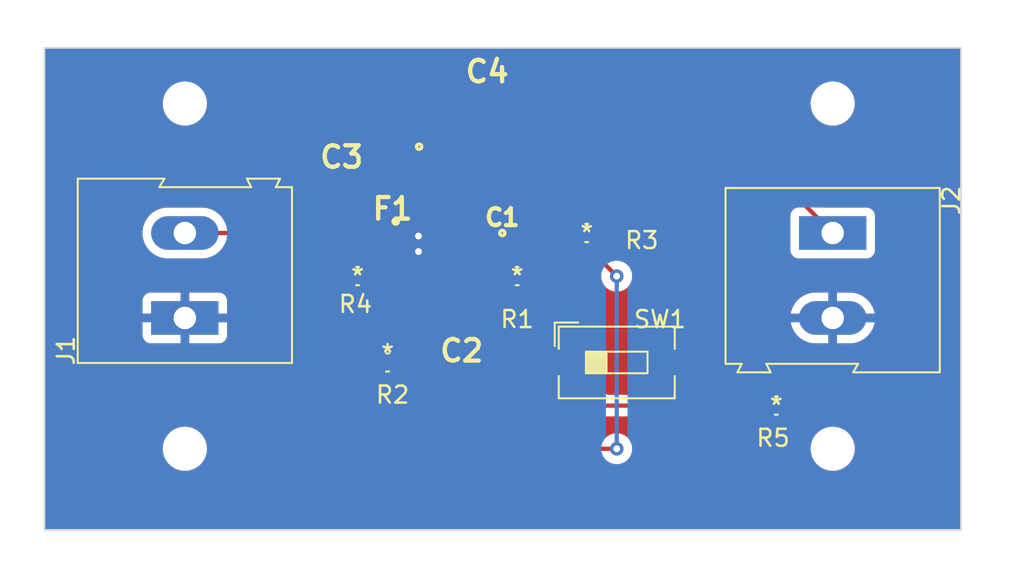
<source format=kicad_pcb>
(kicad_pcb (version 20221018) (generator pcbnew)
  (layers (0 "F.Cu" signal) (31 "B.Cu" signal) (34 "B.Paste" user) (35 "F.Paste" user) (36 "B.SilkS" user "B.Silkscreen") (37 "F.SilkS" user "F.Silkscreen") (38 "B.Mask" user) (39 "F.Mask" user) (44 "Edge.Cuts" user))
  (net 0 "")
  (net 1 "Net-(F1-IN)")
  (net 2 "Earth")
  (net 3 "Net-(F1-EN{slash}UVLO)")
  (net 4 "Net-(F1-OUT)")
  (net 5 "Net-(F1-OVLO)")
  (net 6 "Net-(F1-ILIM)")
  (footprint "fp:C2220_FT" (layer "F.Cu") (at 139.7 78.74)
    (fp_text reference "C4" (at 0 -4.4196) (layer "F.SilkS") (effects (font (size 1.27 1.27) (thickness 0.254))))
    (fp_text value "1uF" hide)
    (fp_circle (center -4 0) (end -4 0.05) (stroke (width 0.2)) (fill none) (layer "F.SilkS"))
    (pad "1" smd rect (at -2.75 0) (size 1.9 5.4) (layers "F.Cu" "F.Paste" "F.Mask") (net 1 "Net-(F1-IN)"))
    (pad "2" smd rect (at 2.75 0) (size 1.9 5.4) (layers "F.Cu" "F.Paste" "F.Mask") (net 2 "Earth"))
  )
  (footprint "fp:CAPC1005X55N" (layer "F.Cu") (at 136.72 88.9)
    (fp_text reference "C2" (at 1.4814 1.8542) (layer "F.SilkS") (effects (font (size 1.27 1.27) (thickness 0.254))))
    (fp_text value "100pF" hide)
    (pad "1" smd rect (at -0.44 0 90) (size 0.62 0.65) (layers "F.Cu" "F.Paste" "F.Mask") (net 3 "Net-(F1-EN{slash}UVLO)"))
    (pad "2" smd rect (at 0.44 0 90) (size 0.62 0.65) (layers "F.Cu" "F.Paste" "F.Mask") (net 2 "Earth"))
  )
  (footprint "fp:RC0603FR-072ML" (layer "F.Cu") (at 141.4653 86.36)
    (fp_text reference "R1" (at 0 2.54) (layer "F.SilkS"))
    (fp_text value "2M" hide)
    (fp_text user "*" (at 0 0) (layer "F.SilkS"))
    (fp_line (start -0.08615 0.5334) (end 0.08615 0.5334) (stroke (width 0.12)) (layer "F.SilkS"))
    (fp_line (start 0.08615 -0.5334) (end -0.08615 -0.5334) (stroke (width 0.12)) (layer "F.SilkS"))
    (pad "1" smd rect (at -0.7747 0) (size 0.762 0.8128) (layers "F.Cu" "F.Paste" "F.Mask") (net 1 "Net-(F1-IN)"))
    (pad "2" smd rect (at 0.7747 0) (size 0.762 0.8128) (layers "F.Cu" "F.Paste" "F.Mask") (net 3 "Net-(F1-EN{slash}UVLO)"))
  )
  (footprint "fp:RC0603FR-072ML" (layer "F.Cu") (at 132.08 86.36)
    (fp_text reference "R4" (at -0.127 1.651 180) (layer "F.SilkS"))
    (fp_text value "787k" hide)
    (fp_text user "*" (at 0 0) (layer "F.SilkS"))
    (fp_line (start -0.08615 0.5334) (end 0.08615 0.5334) (stroke (width 0.12)) (layer "F.SilkS"))
    (fp_line (start 0.08615 -0.5334) (end -0.08615 -0.5334) (stroke (width 0.12)) (layer "F.SilkS"))
    (pad "1" smd rect (at -0.7747 0) (size 0.762 0.8128) (layers "F.Cu" "F.Paste" "F.Mask") (net 5 "Net-(F1-OVLO)"))
    (pad "2" smd rect (at 0.7747 0) (size 0.762 0.8128) (layers "F.Cu" "F.Paste" "F.Mask") (net 2 "Earth"))
  )
  (footprint "fp:RC0603FR-072ML" (layer "F.Cu") (at 145.5547 83.82)
    (fp_text reference "R3" (at 3.2385 0.4318) (layer "F.SilkS"))
    (fp_text value "2M" hide)
    (fp_text user "*" (at 0 0) (layer "F.SilkS"))
    (fp_line (start -0.08615 0.5334) (end 0.08615 0.5334) (stroke (width 0.12)) (layer "F.SilkS"))
    (fp_line (start 0.08615 -0.5334) (end -0.08615 -0.5334) (stroke (width 0.12)) (layer "F.SilkS"))
    (pad "1" smd rect (at -0.7747 0) (size 0.762 0.8128) (layers "F.Cu" "F.Paste" "F.Mask") (net 1 "Net-(F1-IN)"))
    (pad "2" smd rect (at 0.7747 0) (size 0.762 0.8128) (layers "F.Cu" "F.Paste" "F.Mask") (net 5 "Net-(F1-OVLO)"))
  )
  (footprint "MountingHole:MountingHole_2.1mm" (layer "F.Cu") (at 121.92 96.52)
    (fp_text reference "REF**" hide)
    (fp_text value "MountingHole_2.1mm")
    (pad "" np_thru_hole circle (at 0 0) (size 2.1 2.1) (drill 2.1) (layers "*.Cu" "*.Mask"))
  )
  (footprint "Button_Switch_SMD:SW_DIP_SPSTx01_Slide_6.7x4.1mm_W6.73mm_P2.54mm_LowProfile_JPin" (layer "F.Cu") (at 147.32 91.44)
    (fp_text reference "SW1" (at 2.54 -2.54) (layer "F.SilkS"))
    (fp_text value "SW_DIP_x01")
    (fp_line (start -3.65 -2.35) (end -3.65 -0.967) (stroke (width 0.12)) (layer "F.SilkS"))
    (fp_line (start -3.65 -2.35) (end -2.267 -2.35) (stroke (width 0.12)) (layer "F.SilkS"))
    (fp_line (start -3.41 -2.11) (end -3.41 -0.8) (stroke (width 0.12)) (layer "F.SilkS"))
    (fp_line (start -3.41 -2.11) (end 3.41 -2.11) (stroke (width 0.12)) (layer "F.SilkS"))
    (fp_line (start -3.41 0.8) (end -3.41 2.11) (stroke (width 0.12)) (layer "F.SilkS"))
    (fp_line (start -3.41 2.11) (end 3.41 2.11) (stroke (width 0.12)) (layer "F.SilkS"))
    (fp_line (start -1.81 -0.635) (end -1.81 0.635) (stroke (width 0.12)) (layer "F.SilkS"))
    (fp_line (start -1.81 -0.515) (end -0.603333 -0.515) (stroke (width 0.12)) (layer "F.SilkS"))
    (fp_line (start -1.81 -0.395) (end -0.603333 -0.395) (stroke (width 0.12)) (layer "F.SilkS"))
    (fp_line (start -1.81 -0.275) (end -0.603333 -0.275) (stroke (width 0.12)) (layer "F.SilkS"))
    (fp_line (start -1.81 -0.155) (end -0.603333 -0.155) (stroke (width 0.12)) (layer "F.SilkS"))
    (fp_line (start -1.81 -0.035) (end -0.603333 -0.035) (stroke (width 0.12)) (layer "F.SilkS"))
    (fp_line (start -1.81 0.085) (end -0.603333 0.085) (stroke (width 0.12)) (layer "F.SilkS"))
    (fp_line (start -1.81 0.205) (end -0.603333 0.205) (stroke (width 0.12)) (layer "F.SilkS"))
    (fp_line (start -1.81 0.325) (end -0.603333 0.325) (stroke (width 0.12)) (layer "F.SilkS"))
    (fp_line (start -1.81 0.445) (end -0.603333 0.445) (stroke (width 0.12)) (layer "F.SilkS"))
    (fp_line (start -1.81 0.565) (end -0.603333 0.565) (stroke (width 0.12)) (layer "F.SilkS"))
    (fp_line (start -1.81 0.635) (end 1.81 0.635) (stroke (width 0.12)) (layer "F.SilkS"))
    (fp_line (start -0.603333 -0.635) (end -0.603333 0.635) (stroke (width 0.12)) (layer "F.SilkS"))
    (fp_line (start 1.81 -0.635) (end -1.81 -0.635) (stroke (width 0.12)) (layer "F.SilkS"))
    (fp_line (start 1.81 0.635) (end 1.81 -0.635) (stroke (width 0.12)) (layer "F.SilkS"))
    (fp_line (start 3.41 -2.11) (end 3.41 -0.8) (stroke (width 0.12)) (layer "F.SilkS"))
    (fp_line (start 3.41 0.8) (end 3.41 2.11) (stroke (width 0.12)) (layer "F.SilkS"))
    (pad "1" smd rect (at -3.365 0) (size 2.16 1.12) (layers "F.Cu" "F.Paste" "F.Mask") (net 3 "Net-(F1-EN{slash}UVLO)"))
    (pad "2" smd rect (at 3.365 0) (size 2.16 1.12) (layers "F.Cu" "F.Paste" "F.Mask") (net 2 "Earth"))
  )
  (footprint "fp:C1005_Commercial" (layer "F.Cu") (at 141.84 83.82)
    (fp_text reference "C1" (at -1.251 -0.9144) (layer "F.SilkS") (effects (font (thickness 0.25))))
    (fp_text value "100nF" hide)
    (fp_circle (center -1.25 0) (end -1.25 0.05) (stroke (width 0.2)) (fill none) (layer "F.SilkS"))
    (pad "1" smd rect (at -0.4 0) (size 0.4 0.5) (layers "F.Cu" "F.Paste" "F.Mask") (net 1 "Net-(F1-IN)"))
    (pad "2" smd rect (at 0.4 0) (size 0.4 0.5) (layers "F.Cu" "F.Paste" "F.Mask") (net 2 "Earth"))
  )
  (footprint "TerminalBlock:TerminalBlock_Altech_AK300-2_P5.00mm" (layer "F.Cu") (at 121.92 88.82 90)
    (fp_text reference "J1" (at -1.92 -6.99 90) (layer "F.SilkS"))
    (fp_text value "3.3V")
    (fp_line (start -2.65 -6.3) (end -2.65 6.3) (stroke (width 0.12)) (layer "F.SilkS"))
    (fp_line (start -2.65 6.3) (end 7.7 6.3) (stroke (width 0.12)) (layer "F.SilkS"))
    (fp_line (start 7.7 -1.5) (end 8.2 -1.2) (stroke (width 0.12)) (layer "F.SilkS"))
    (fp_line (start 7.7 3.9) (end 7.7 -1.5) (stroke (width 0.12)) (layer "F.SilkS"))
    (fp_line (start 7.7 5.35) (end 8.2 5.6) (stroke (width 0.12)) (layer "F.SilkS"))
    (fp_line (start 7.7 6.3) (end 7.7 5.35) (stroke (width 0.12)) (layer "F.SilkS"))
    (fp_line (start 8.2 -6.3) (end -2.65 -6.3) (stroke (width 0.12)) (layer "F.SilkS"))
    (fp_line (start 8.2 -1.2) (end 8.2 -6.3) (stroke (width 0.12)) (layer "F.SilkS"))
    (fp_line (start 8.2 3.65) (end 7.7 3.9) (stroke (width 0.12)) (layer "F.SilkS"))
    (fp_line (start 8.2 3.7) (end 8.2 3.65) (stroke (width 0.12)) (layer "F.SilkS"))
    (fp_line (start 8.2 5.6) (end 8.2 3.7) (stroke (width 0.12)) (layer "F.SilkS"))
    (pad "1" thru_hole rect (at 0 0 90) (size 1.98 3.96) (drill 1.32) (layers "*.Cu" "*.Mask") (net 2 "Earth"))
    (pad "2" thru_hole oval (at 5 0 90) (size 1.98 3.96) (drill 1.32) (layers "*.Cu" "*.Mask") (net 4 "Net-(F1-OUT)"))
  )
  (footprint "MountingHole:MountingHole_2.1mm" (layer "F.Cu") (at 160.02 96.52)
    (fp_text reference "REF**" hide)
    (fp_text value "MountingHole_2.1mm")
    (pad "" np_thru_hole circle (at 0 0) (size 2.1 2.1) (drill 2.1) (layers "*.Cu" "*.Mask"))
  )
  (footprint "TerminalBlock:TerminalBlock_Altech_AK300-2_P5.00mm" (layer "F.Cu") (at 160.02 83.82 -90)
    (fp_text reference "J2" (at -1.92 -6.99 90) (layer "F.SilkS"))
    (fp_text value "3.3V")
    (fp_line (start -2.65 -6.3) (end -2.65 6.3) (stroke (width 0.12)) (layer "F.SilkS"))
    (fp_line (start -2.65 6.3) (end 7.7 6.3) (stroke (width 0.12)) (layer "F.SilkS"))
    (fp_line (start 7.7 -1.5) (end 8.2 -1.2) (stroke (width 0.12)) (layer "F.SilkS"))
    (fp_line (start 7.7 3.9) (end 7.7 -1.5) (stroke (width 0.12)) (layer "F.SilkS"))
    (fp_line (start 7.7 5.35) (end 8.2 5.6) (stroke (width 0.12)) (layer "F.SilkS"))
    (fp_line (start 7.7 6.3) (end 7.7 5.35) (stroke (width 0.12)) (layer "F.SilkS"))
    (fp_line (start 8.2 -6.3) (end -2.65 -6.3) (stroke (width 0.12)) (layer "F.SilkS"))
    (fp_line (start 8.2 -1.2) (end 8.2 -6.3) (stroke (width 0.12)) (layer "F.SilkS"))
    (fp_line (start 8.2 3.65) (end 7.7 3.9) (stroke (width 0.12)) (layer "F.SilkS"))
    (fp_line (start 8.2 3.7) (end 8.2 3.65) (stroke (width 0.12)) (layer "F.SilkS"))
    (fp_line (start 8.2 5.6) (end 8.2 3.7) (stroke (width 0.12)) (layer "F.SilkS"))
    (pad "1" thru_hole rect (at 0 0 270) (size 1.98 3.96) (drill 1.32) (layers "*.Cu" "*.Mask") (net 1 "Net-(F1-IN)"))
    (pad "2" thru_hole oval (at 5 0 270) (size 1.98 3.96) (drill 1.32) (layers "*.Cu" "*.Mask") (net 2 "Earth"))
  )
  (footprint "fp:RC0603FR-072ML" (layer "F.Cu") (at 133.8453 91.44)
    (fp_text reference "R2" (at 0.2921 1.905 180) (layer "F.SilkS"))
    (fp_text value "23.2k" hide)
    (fp_text user "*" (at 0 -0.5334) (layer "F.SilkS"))
    (fp_line (start -0.08615 0.5334) (end 0.08615 0.5334) (stroke (width 0.12)) (layer "F.SilkS"))
    (fp_line (start 0.08615 -0.5334) (end -0.08615 -0.5334) (stroke (width 0.12)) (layer "F.SilkS"))
    (pad "1" smd rect (at -0.7747 0) (size 0.762 0.8128) (layers "F.Cu" "F.Paste" "F.Mask") (net 6 "Net-(F1-ILIM)"))
    (pad "2" smd rect (at 0.7747 0) (size 0.762 0.8128) (layers "F.Cu" "F.Paste" "F.Mask") (net 2 "Earth"))
  )
  (footprint "MountingHole:MountingHole_2.1mm" (layer "F.Cu") (at 160.02 76.2)
    (fp_text reference "REF**" hide)
    (fp_text value "MountingHole_2.1mm")
    (pad "" np_thru_hole circle (at 0 0) (size 2.1 2.1) (drill 2.1) (layers "*.Cu" "*.Mask"))
  )
  (footprint "fp:CAPC2012X94N" (layer "F.Cu") (at 131.27 81.28)
    (fp_text reference "C3" (at -0.1298 -1.9304) (layer "F.SilkS") (effects (font (size 1.27 1.27) (thickness 0.254))))
    (fp_text value "10uF" hide)
    (pad "1" smd rect (at -0.81 0) (size 1.02 1.47) (layers "F.Cu" "F.Paste" "F.Mask") (net 4 "Net-(F1-OUT)"))
    (pad "2" smd rect (at 0.81 0) (size 1.02 1.47) (layers "F.Cu" "F.Paste" "F.Mask") (net 2 "Earth"))
  )
  (footprint "MountingHole:MountingHole_2.1mm" (layer "F.Cu") (at 121.92 76.2)
    (fp_text reference "REF**" hide)
    (fp_text value "MountingHole_2.1mm")
    (pad "" np_thru_hole circle (at 0 0) (size 2.1 2.1) (drill 2.1) (layers "*.Cu" "*.Mask"))
  )
  (footprint "fp:RC0603FR-072ML" (layer "F.Cu") (at 156.7053 93.98)
    (fp_text reference "R5" (at -0.1905 1.905) (layer "F.SilkS"))
    (fp_text value "1.21M" hide)
    (fp_text user "*" (at 0 0) (layer "F.SilkS"))
    (fp_line (start -0.08615 0.5334) (end 0.08615 0.5334) (stroke (width 0.12)) (layer "F.SilkS"))
    (fp_line (start 0.08615 -0.5334) (end -0.08615 -0.5334) (stroke (width 0.12)) (layer "F.SilkS"))
    (pad "1" smd rect (at -0.7747 0) (size 0.762 0.8128) (layers "F.Cu" "F.Paste" "F.Mask") (net 3 "Net-(F1-EN{slash}UVLO)"))
    (pad "2" smd rect (at 0.7747 0) (size 0.762 0.8128) (layers "F.Cu" "F.Paste" "F.Mask") (net 2 "Earth"))
  )
  (footprint "fp:SON65P200X200X80-7N" (layer "F.Cu") (at 135.67 84.47)
    (fp_text reference "F1" (at -1.5326 -2.0724) (layer "F.SilkS") (effects (font (size 1.27 1.27) (thickness 0.254))))
    (fp_text value "TPS25961DRVR" hide)
    (fp_circle (center -1.35 -1.325) (end -1.35 -1.2) (stroke (width 0.25)) (fill none) (layer "F.SilkS"))
    (pad "1" smd rect (at -1.05 -0.65 90) (size 0.35 0.6) (layers "F.Cu" "F.Paste" "F.Mask") (net 4 "Net-(F1-OUT)"))
    (pad "2" smd rect (at -1.05 0 90) (size 0.35 0.6) (layers "F.Cu" "F.Paste" "F.Mask") (net 5 "Net-(F1-OVLO)"))
    (pad "3" smd rect (at -1.05 0.65 90) (size 0.35 0.6) (layers "F.Cu" "F.Paste" "F.Mask") (net 6 "Net-(F1-ILIM)"))
    (pad "4" smd rect (at 1.05 0.65 90) (size 0.35 0.6) (layers "F.Cu" "F.Paste" "F.Mask") (net 2 "Earth"))
    (pad "5" smd rect (at 1.05 0 90) (size 0.35 0.6) (layers "F.Cu" "F.Paste" "F.Mask") (net 3 "Net-(F1-EN{slash}UVLO)"))
    (pad "6" smd rect (at 1.05 -0.65 90) (size 0.35 0.6) (layers "F.Cu" "F.Paste" "F.Mask") (net 1 "Net-(F1-IN)"))
    (pad "7" smd rect (at 0 0) (size 1.1 1.7) (layers "F.Cu" "F.Paste" "F.Mask") (net 2 "Earth"))
  )
  (gr_line (start 113.665 72.9234) (end 165.3286 72.9234) (stroke (width 0.1)) (layer "Edge.Cuts"))
  (gr_line (start 167.5638 101.2952) (end 113.665 101.2952) (stroke (width 0.1)) (layer "Edge.Cuts"))
  (gr_line (start 113.665 101.2952) (end 113.665 72.9234) (stroke (width 0.1)) (layer "Edge.Cuts"))
  (gr_line (start 167.5638 72.9234) (end 167.5638 101.2952) (stroke (width 0.1)) (layer "Edge.Cuts"))
  (gr_line (start 165.3286 72.9234) (end 167.5638 72.9234) (stroke (width 0.1)) (layer "Edge.Cuts"))
  (segment (start 136.72 78.97) (end 136.95 78.74) (width 0.25) (layer "F.Cu") (net 1))
  (segment (start 157.48 81.28) (end 160.02 83.82) (width 0.25) (layer "F.Cu") (net 1))
  (segment (start 140.6906 86.36) (end 138.1506 83.82) (width 0.25) (layer "F.Cu") (net 1))
  (segment (start 144.78 83.82) (end 144.205 84.395) (width 0.25) (layer "F.Cu") (net 1))
  (segment (start 138.1506 83.82) (end 136.72 83.82) (width 0.25) (layer "F.Cu") (net 1))
  (segment (start 144.78 83.82) (end 147.32 81.28) (width 0.25) (layer "F.Cu") (net 1))
  (segment (start 141.44 83.82) (end 136.72 83.82) (width 0.25) (layer "F.Cu") (net 1))
  (segment (start 141.44 84.32) (end 141.44 83.82) (width 0.25) (layer "F.Cu") (net 1))
  (segment (start 147.32 81.28) (end 157.48 81.28) (width 0.25) (layer "F.Cu") (net 1))
  (segment (start 141.515 84.395) (end 141.44 84.32) (width 0.25) (layer "F.Cu") (net 1))
  (segment (start 136.72 83.82) (end 136.72 78.97) (width 0.25) (layer "F.Cu") (net 1))
  (segment (start 144.205 84.395) (end 141.515 84.395) (width 0.25) (layer "F.Cu") (net 1))
  (segment (start 136.32 85.12) (end 135.7376 84.1502) (width 0.25) (layer "F.Cu") (net 2))
  (segment (start 135.7376 84.1502) (end 135.67 84.47) (width 0.25) (layer "F.Cu") (net 2))
  (segment (start 136.72 85.12) (end 136.32 85.12) (width 0.25) (layer "F.Cu") (net 2))
  (via (at 135.6614 84.9122) (size 0.6) (drill 0.4) (layers "F.Cu" "B.Cu") (net 2))
  (via (at 135.6614 83.9978) (size 0.6) (drill 0.4) (layers "F.Cu" "B.Cu") (net 2))
  (segment (start 155.9306 93.98) (end 146.495 93.98) (width 0.25) (layer "F.Cu") (net 3))
  (segment (start 137.345 85.62) (end 137.345 84.505) (width 0.25) (layer "F.Cu") (net 3))
  (segment (start 142.24 86.36) (end 141.5086 87.0914) (width 0.25) (layer "F.Cu") (net 3))
  (segment (start 143.955 88.075) (end 142.24 86.36) (width 0.25) (layer "F.Cu") (net 3))
  (segment (start 136.28 86.685) (end 137.345 85.62) (width 0.25) (layer "F.Cu") (net 3))
  (segment (start 137.345 84.505) (end 137.31 84.47) (width 0.25) (layer "F.Cu") (net 3))
  (segment (start 146.495 93.98) (end 143.955 91.44) (width 0.25) (layer "F.Cu") (net 3))
  (segment (start 141.5086 87.0914) (end 139.9314 87.0914) (width 0.25) (layer "F.Cu") (net 3))
  (segment (start 139.9314 87.0914) (end 137.345 84.505) (width 0.25) (layer "F.Cu") (net 3))
  (segment (start 137.31 84.47) (end 136.72 84.47) (width 0.25) (layer "F.Cu") (net 3))
  (segment (start 143.955 91.44) (end 143.955 88.075) (width 0.25) (layer "F.Cu") (net 3))
  (segment (start 136.28 88.9) (end 136.28 86.685) (width 0.25) (layer "F.Cu") (net 3))
  (segment (start 130.46 81.28) (end 130.46 81.505) (width 0.25) (layer "F.Cu") (net 4))
  (segment (start 121.92 83.82) (end 134.62 83.82) (width 0.25) (layer "F.Cu") (net 4))
  (segment (start 130.46 81.505) (end 132.775 83.82) (width 0.25) (layer "F.Cu") (net 4))
  (segment (start 132.775 83.82) (end 134.62 83.82) (width 0.25) (layer "F.Cu") (net 4))
  (segment (start 131.43 84.47) (end 129.54 86.36) (width 0.25) (layer "F.Cu") (net 5))
  (segment (start 129.54 93.98) (end 132.08 96.52) (width 0.25) (layer "F.Cu") (net 5))
  (segment (start 146.3294 85.3694) (end 146.3294 83.82) (width 0.25) (layer "F.Cu") (net 5))
  (segment (start 129.54 86.36) (end 129.54 93.98) (width 0.25) (layer "F.Cu") (net 5))
  (segment (start 132.08 96.52) (end 147.32 96.52) (width 0.25) (layer "F.Cu") (net 5))
  (segment (start 131.3053 86.36) (end 132.08 85.5853) (width 0.25) (layer "F.Cu") (net 5))
  (segment (start 132.08 85.5853) (end 132.941096 85.5853) (width 0.25) (layer "F.Cu") (net 5))
  (segment (start 134.62 84.47) (end 131.43 84.47) (width 0.25) (layer "F.Cu") (net 5))
  (segment (start 147.32 86.36) (end 146.3294 85.3694) (width 0.25) (layer "F.Cu") (net 5))
  (segment (start 134.056396 84.47) (end 134.62 84.47) (width 0.25) (layer "F.Cu") (net 5))
  (segment (start 132.941096 85.5853) (end 134.056396 84.47) (width 0.25) (layer "F.Cu") (net 5))
  (via (at 147.32 96.52) (size 0.8) (drill 0.4) (layers "F.Cu" "B.Cu") (net 5))
  (via (at 147.32 86.36) (size 0.8) (drill 0.4) (layers "F.Cu" "B.Cu") (net 5))
  (segment (start 147.32 88.9) (end 147.32 86.36) (width 0.25) (layer "B.Cu") (net 5))
  (segment (start 147.32 91.44) (end 147.32 88.9) (width 0.25) (layer "B.Cu") (net 5))
  (segment (start 147.32 96.52) (end 147.32 91.44) (width 0.25) (layer "B.Cu") (net 5))
  (segment (start 134.62 89.8906) (end 134.62 85.3694) (width 0.25) (layer "F.Cu") (net 6))
  (segment (start 133.0706 91.44) (end 134.62 89.8906) (width 0.25) (layer "F.Cu") (net 6))
  (segment (start 134.62 85.3694) (end 134.6454 85.344) (width 0.25) (layer "F.Cu") (net 6))
  (zone (net 2) (net_name "Earth") (layer "F.Cu") (priority 2) (connect_pads (clearance 0.508)) (min_thickness 0.254) (fill yes (thermal_gap 0.508) (thermal_bridge_width 0.508) (island_removal_mode 2) (island_area_min 10))
    (polygon (pts (xy 113.67776 71.2724) (xy 168.411626 71.2724) (xy 168.636437 103.129837) (xy 113.134455 103.095745)))
  )
  (zone (net 2) (net_name "Earth") (layer "B.Cu") (priority 3) (connect_pads (clearance 0.508)) (min_thickness 0.254) (fill yes (thermal_gap 0.508) (thermal_bridge_width 0.508) (island_removal_mode 2) (island_area_min 10))
    (polygon (pts (xy 111.506 103.985972) (xy 170.9674 103.811049) (xy 171.29593 70.104) (xy 111.9378 70.474425) (xy 111.0488 99.6188)))
  )
)
</source>
